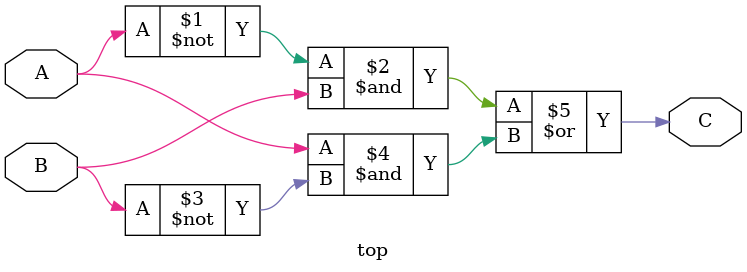
<source format=v>
module top (
    input A,
    input B,
    output C
);

assign C =
  (~A & B) |
  (A & ~B)
;

endmodule

</source>
